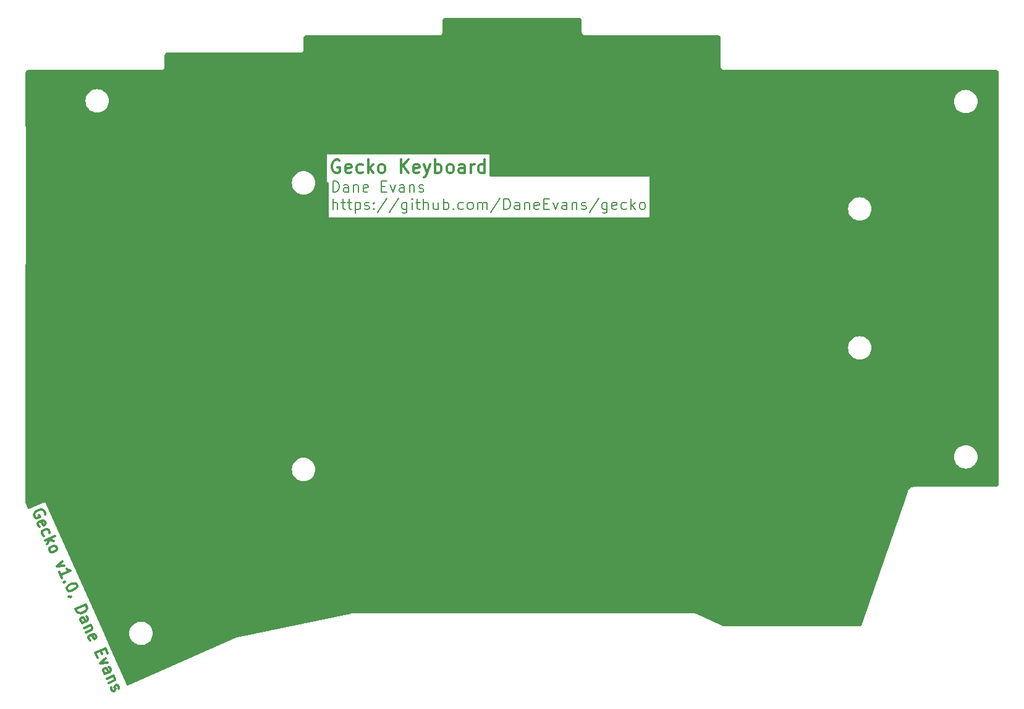
<source format=gbr>
%TF.GenerationSoftware,KiCad,Pcbnew,8.0.3*%
%TF.CreationDate,2024-09-02T20:29:09+10:00*%
%TF.ProjectId,bottom_plate,626f7474-6f6d-45f7-906c-6174652e6b69,1.0.0*%
%TF.SameCoordinates,Original*%
%TF.FileFunction,Copper,L1,Top*%
%TF.FilePolarity,Positive*%
%FSLAX46Y46*%
G04 Gerber Fmt 4.6, Leading zero omitted, Abs format (unit mm)*
G04 Created by KiCad (PCBNEW 8.0.3) date 2024-09-02 20:29:09*
%MOMM*%
%LPD*%
G01*
G04 APERTURE LIST*
%ADD10C,0.350000*%
%TA.AperFunction,NonConductor*%
%ADD11C,0.350000*%
%TD*%
%ADD12C,0.200000*%
%TA.AperFunction,NonConductor*%
%ADD13C,0.200000*%
%TD*%
%ADD14C,0.300000*%
%TA.AperFunction,NonConductor*%
%ADD15C,0.300000*%
%TD*%
G04 APERTURE END LIST*
D10*
D11*
X68201691Y-43047228D02*
X68030263Y-42961514D01*
X68030263Y-42961514D02*
X67773120Y-42961514D01*
X67773120Y-42961514D02*
X67515977Y-43047228D01*
X67515977Y-43047228D02*
X67344548Y-43218657D01*
X67344548Y-43218657D02*
X67258834Y-43390085D01*
X67258834Y-43390085D02*
X67173120Y-43732942D01*
X67173120Y-43732942D02*
X67173120Y-43990085D01*
X67173120Y-43990085D02*
X67258834Y-44332942D01*
X67258834Y-44332942D02*
X67344548Y-44504371D01*
X67344548Y-44504371D02*
X67515977Y-44675800D01*
X67515977Y-44675800D02*
X67773120Y-44761514D01*
X67773120Y-44761514D02*
X67944548Y-44761514D01*
X67944548Y-44761514D02*
X68201691Y-44675800D01*
X68201691Y-44675800D02*
X68287405Y-44590085D01*
X68287405Y-44590085D02*
X68287405Y-43990085D01*
X68287405Y-43990085D02*
X67944548Y-43990085D01*
X69744548Y-44675800D02*
X69573120Y-44761514D01*
X69573120Y-44761514D02*
X69230263Y-44761514D01*
X69230263Y-44761514D02*
X69058834Y-44675800D01*
X69058834Y-44675800D02*
X68973120Y-44504371D01*
X68973120Y-44504371D02*
X68973120Y-43818657D01*
X68973120Y-43818657D02*
X69058834Y-43647228D01*
X69058834Y-43647228D02*
X69230263Y-43561514D01*
X69230263Y-43561514D02*
X69573120Y-43561514D01*
X69573120Y-43561514D02*
X69744548Y-43647228D01*
X69744548Y-43647228D02*
X69830263Y-43818657D01*
X69830263Y-43818657D02*
X69830263Y-43990085D01*
X69830263Y-43990085D02*
X68973120Y-44161514D01*
X71373120Y-44675800D02*
X71201691Y-44761514D01*
X71201691Y-44761514D02*
X70858834Y-44761514D01*
X70858834Y-44761514D02*
X70687405Y-44675800D01*
X70687405Y-44675800D02*
X70601691Y-44590085D01*
X70601691Y-44590085D02*
X70515977Y-44418657D01*
X70515977Y-44418657D02*
X70515977Y-43904371D01*
X70515977Y-43904371D02*
X70601691Y-43732942D01*
X70601691Y-43732942D02*
X70687405Y-43647228D01*
X70687405Y-43647228D02*
X70858834Y-43561514D01*
X70858834Y-43561514D02*
X71201691Y-43561514D01*
X71201691Y-43561514D02*
X71373120Y-43647228D01*
X72144548Y-44761514D02*
X72144548Y-42961514D01*
X72315977Y-44075800D02*
X72830262Y-44761514D01*
X72830262Y-43561514D02*
X72144548Y-44247228D01*
X73858834Y-44761514D02*
X73687405Y-44675800D01*
X73687405Y-44675800D02*
X73601691Y-44590085D01*
X73601691Y-44590085D02*
X73515977Y-44418657D01*
X73515977Y-44418657D02*
X73515977Y-43904371D01*
X73515977Y-43904371D02*
X73601691Y-43732942D01*
X73601691Y-43732942D02*
X73687405Y-43647228D01*
X73687405Y-43647228D02*
X73858834Y-43561514D01*
X73858834Y-43561514D02*
X74115977Y-43561514D01*
X74115977Y-43561514D02*
X74287405Y-43647228D01*
X74287405Y-43647228D02*
X74373120Y-43732942D01*
X74373120Y-43732942D02*
X74458834Y-43904371D01*
X74458834Y-43904371D02*
X74458834Y-44418657D01*
X74458834Y-44418657D02*
X74373120Y-44590085D01*
X74373120Y-44590085D02*
X74287405Y-44675800D01*
X74287405Y-44675800D02*
X74115977Y-44761514D01*
X74115977Y-44761514D02*
X73858834Y-44761514D01*
X76601691Y-44761514D02*
X76601691Y-42961514D01*
X77630262Y-44761514D02*
X76858834Y-43732942D01*
X77630262Y-42961514D02*
X76601691Y-43990085D01*
X79087405Y-44675800D02*
X78915977Y-44761514D01*
X78915977Y-44761514D02*
X78573120Y-44761514D01*
X78573120Y-44761514D02*
X78401691Y-44675800D01*
X78401691Y-44675800D02*
X78315977Y-44504371D01*
X78315977Y-44504371D02*
X78315977Y-43818657D01*
X78315977Y-43818657D02*
X78401691Y-43647228D01*
X78401691Y-43647228D02*
X78573120Y-43561514D01*
X78573120Y-43561514D02*
X78915977Y-43561514D01*
X78915977Y-43561514D02*
X79087405Y-43647228D01*
X79087405Y-43647228D02*
X79173120Y-43818657D01*
X79173120Y-43818657D02*
X79173120Y-43990085D01*
X79173120Y-43990085D02*
X78315977Y-44161514D01*
X79773119Y-43561514D02*
X80201691Y-44761514D01*
X80630262Y-43561514D02*
X80201691Y-44761514D01*
X80201691Y-44761514D02*
X80030262Y-45190085D01*
X80030262Y-45190085D02*
X79944548Y-45275800D01*
X79944548Y-45275800D02*
X79773119Y-45361514D01*
X81315977Y-44761514D02*
X81315977Y-42961514D01*
X81315977Y-43647228D02*
X81487406Y-43561514D01*
X81487406Y-43561514D02*
X81830263Y-43561514D01*
X81830263Y-43561514D02*
X82001691Y-43647228D01*
X82001691Y-43647228D02*
X82087406Y-43732942D01*
X82087406Y-43732942D02*
X82173120Y-43904371D01*
X82173120Y-43904371D02*
X82173120Y-44418657D01*
X82173120Y-44418657D02*
X82087406Y-44590085D01*
X82087406Y-44590085D02*
X82001691Y-44675800D01*
X82001691Y-44675800D02*
X81830263Y-44761514D01*
X81830263Y-44761514D02*
X81487406Y-44761514D01*
X81487406Y-44761514D02*
X81315977Y-44675800D01*
X83201691Y-44761514D02*
X83030262Y-44675800D01*
X83030262Y-44675800D02*
X82944548Y-44590085D01*
X82944548Y-44590085D02*
X82858834Y-44418657D01*
X82858834Y-44418657D02*
X82858834Y-43904371D01*
X82858834Y-43904371D02*
X82944548Y-43732942D01*
X82944548Y-43732942D02*
X83030262Y-43647228D01*
X83030262Y-43647228D02*
X83201691Y-43561514D01*
X83201691Y-43561514D02*
X83458834Y-43561514D01*
X83458834Y-43561514D02*
X83630262Y-43647228D01*
X83630262Y-43647228D02*
X83715977Y-43732942D01*
X83715977Y-43732942D02*
X83801691Y-43904371D01*
X83801691Y-43904371D02*
X83801691Y-44418657D01*
X83801691Y-44418657D02*
X83715977Y-44590085D01*
X83715977Y-44590085D02*
X83630262Y-44675800D01*
X83630262Y-44675800D02*
X83458834Y-44761514D01*
X83458834Y-44761514D02*
X83201691Y-44761514D01*
X85344548Y-44761514D02*
X85344548Y-43818657D01*
X85344548Y-43818657D02*
X85258833Y-43647228D01*
X85258833Y-43647228D02*
X85087405Y-43561514D01*
X85087405Y-43561514D02*
X84744548Y-43561514D01*
X84744548Y-43561514D02*
X84573119Y-43647228D01*
X85344548Y-44675800D02*
X85173119Y-44761514D01*
X85173119Y-44761514D02*
X84744548Y-44761514D01*
X84744548Y-44761514D02*
X84573119Y-44675800D01*
X84573119Y-44675800D02*
X84487405Y-44504371D01*
X84487405Y-44504371D02*
X84487405Y-44332942D01*
X84487405Y-44332942D02*
X84573119Y-44161514D01*
X84573119Y-44161514D02*
X84744548Y-44075800D01*
X84744548Y-44075800D02*
X85173119Y-44075800D01*
X85173119Y-44075800D02*
X85344548Y-43990085D01*
X86201690Y-44761514D02*
X86201690Y-43561514D01*
X86201690Y-43904371D02*
X86287404Y-43732942D01*
X86287404Y-43732942D02*
X86373119Y-43647228D01*
X86373119Y-43647228D02*
X86544547Y-43561514D01*
X86544547Y-43561514D02*
X86715976Y-43561514D01*
X88087405Y-44761514D02*
X88087405Y-42961514D01*
X88087405Y-44675800D02*
X87915976Y-44761514D01*
X87915976Y-44761514D02*
X87573119Y-44761514D01*
X87573119Y-44761514D02*
X87401690Y-44675800D01*
X87401690Y-44675800D02*
X87315976Y-44590085D01*
X87315976Y-44590085D02*
X87230262Y-44418657D01*
X87230262Y-44418657D02*
X87230262Y-43904371D01*
X87230262Y-43904371D02*
X87315976Y-43732942D01*
X87315976Y-43732942D02*
X87401690Y-43647228D01*
X87401690Y-43647228D02*
X87573119Y-43561514D01*
X87573119Y-43561514D02*
X87915976Y-43561514D01*
X87915976Y-43561514D02*
X88087405Y-43647228D01*
D12*
D13*
X67288720Y-47391112D02*
X67288720Y-45891112D01*
X67288720Y-45891112D02*
X67645863Y-45891112D01*
X67645863Y-45891112D02*
X67860149Y-45962541D01*
X67860149Y-45962541D02*
X68003006Y-46105398D01*
X68003006Y-46105398D02*
X68074435Y-46248255D01*
X68074435Y-46248255D02*
X68145863Y-46533969D01*
X68145863Y-46533969D02*
X68145863Y-46748255D01*
X68145863Y-46748255D02*
X68074435Y-47033969D01*
X68074435Y-47033969D02*
X68003006Y-47176826D01*
X68003006Y-47176826D02*
X67860149Y-47319684D01*
X67860149Y-47319684D02*
X67645863Y-47391112D01*
X67645863Y-47391112D02*
X67288720Y-47391112D01*
X69431578Y-47391112D02*
X69431578Y-46605398D01*
X69431578Y-46605398D02*
X69360149Y-46462541D01*
X69360149Y-46462541D02*
X69217292Y-46391112D01*
X69217292Y-46391112D02*
X68931578Y-46391112D01*
X68931578Y-46391112D02*
X68788720Y-46462541D01*
X69431578Y-47319684D02*
X69288720Y-47391112D01*
X69288720Y-47391112D02*
X68931578Y-47391112D01*
X68931578Y-47391112D02*
X68788720Y-47319684D01*
X68788720Y-47319684D02*
X68717292Y-47176826D01*
X68717292Y-47176826D02*
X68717292Y-47033969D01*
X68717292Y-47033969D02*
X68788720Y-46891112D01*
X68788720Y-46891112D02*
X68931578Y-46819684D01*
X68931578Y-46819684D02*
X69288720Y-46819684D01*
X69288720Y-46819684D02*
X69431578Y-46748255D01*
X70145863Y-46391112D02*
X70145863Y-47391112D01*
X70145863Y-46533969D02*
X70217292Y-46462541D01*
X70217292Y-46462541D02*
X70360149Y-46391112D01*
X70360149Y-46391112D02*
X70574435Y-46391112D01*
X70574435Y-46391112D02*
X70717292Y-46462541D01*
X70717292Y-46462541D02*
X70788721Y-46605398D01*
X70788721Y-46605398D02*
X70788721Y-47391112D01*
X72074435Y-47319684D02*
X71931578Y-47391112D01*
X71931578Y-47391112D02*
X71645864Y-47391112D01*
X71645864Y-47391112D02*
X71503006Y-47319684D01*
X71503006Y-47319684D02*
X71431578Y-47176826D01*
X71431578Y-47176826D02*
X71431578Y-46605398D01*
X71431578Y-46605398D02*
X71503006Y-46462541D01*
X71503006Y-46462541D02*
X71645864Y-46391112D01*
X71645864Y-46391112D02*
X71931578Y-46391112D01*
X71931578Y-46391112D02*
X72074435Y-46462541D01*
X72074435Y-46462541D02*
X72145864Y-46605398D01*
X72145864Y-46605398D02*
X72145864Y-46748255D01*
X72145864Y-46748255D02*
X71431578Y-46891112D01*
X73931577Y-46605398D02*
X74431577Y-46605398D01*
X74645863Y-47391112D02*
X73931577Y-47391112D01*
X73931577Y-47391112D02*
X73931577Y-45891112D01*
X73931577Y-45891112D02*
X74645863Y-45891112D01*
X75145863Y-46391112D02*
X75503006Y-47391112D01*
X75503006Y-47391112D02*
X75860149Y-46391112D01*
X77074435Y-47391112D02*
X77074435Y-46605398D01*
X77074435Y-46605398D02*
X77003006Y-46462541D01*
X77003006Y-46462541D02*
X76860149Y-46391112D01*
X76860149Y-46391112D02*
X76574435Y-46391112D01*
X76574435Y-46391112D02*
X76431577Y-46462541D01*
X77074435Y-47319684D02*
X76931577Y-47391112D01*
X76931577Y-47391112D02*
X76574435Y-47391112D01*
X76574435Y-47391112D02*
X76431577Y-47319684D01*
X76431577Y-47319684D02*
X76360149Y-47176826D01*
X76360149Y-47176826D02*
X76360149Y-47033969D01*
X76360149Y-47033969D02*
X76431577Y-46891112D01*
X76431577Y-46891112D02*
X76574435Y-46819684D01*
X76574435Y-46819684D02*
X76931577Y-46819684D01*
X76931577Y-46819684D02*
X77074435Y-46748255D01*
X77788720Y-46391112D02*
X77788720Y-47391112D01*
X77788720Y-46533969D02*
X77860149Y-46462541D01*
X77860149Y-46462541D02*
X78003006Y-46391112D01*
X78003006Y-46391112D02*
X78217292Y-46391112D01*
X78217292Y-46391112D02*
X78360149Y-46462541D01*
X78360149Y-46462541D02*
X78431578Y-46605398D01*
X78431578Y-46605398D02*
X78431578Y-47391112D01*
X79074435Y-47319684D02*
X79217292Y-47391112D01*
X79217292Y-47391112D02*
X79503006Y-47391112D01*
X79503006Y-47391112D02*
X79645863Y-47319684D01*
X79645863Y-47319684D02*
X79717292Y-47176826D01*
X79717292Y-47176826D02*
X79717292Y-47105398D01*
X79717292Y-47105398D02*
X79645863Y-46962541D01*
X79645863Y-46962541D02*
X79503006Y-46891112D01*
X79503006Y-46891112D02*
X79288721Y-46891112D01*
X79288721Y-46891112D02*
X79145863Y-46819684D01*
X79145863Y-46819684D02*
X79074435Y-46676826D01*
X79074435Y-46676826D02*
X79074435Y-46605398D01*
X79074435Y-46605398D02*
X79145863Y-46462541D01*
X79145863Y-46462541D02*
X79288721Y-46391112D01*
X79288721Y-46391112D02*
X79503006Y-46391112D01*
X79503006Y-46391112D02*
X79645863Y-46462541D01*
X67288720Y-49806028D02*
X67288720Y-48306028D01*
X67931578Y-49806028D02*
X67931578Y-49020314D01*
X67931578Y-49020314D02*
X67860149Y-48877457D01*
X67860149Y-48877457D02*
X67717292Y-48806028D01*
X67717292Y-48806028D02*
X67503006Y-48806028D01*
X67503006Y-48806028D02*
X67360149Y-48877457D01*
X67360149Y-48877457D02*
X67288720Y-48948885D01*
X68431578Y-48806028D02*
X69003006Y-48806028D01*
X68645863Y-48306028D02*
X68645863Y-49591742D01*
X68645863Y-49591742D02*
X68717292Y-49734600D01*
X68717292Y-49734600D02*
X68860149Y-49806028D01*
X68860149Y-49806028D02*
X69003006Y-49806028D01*
X69288721Y-48806028D02*
X69860149Y-48806028D01*
X69503006Y-48306028D02*
X69503006Y-49591742D01*
X69503006Y-49591742D02*
X69574435Y-49734600D01*
X69574435Y-49734600D02*
X69717292Y-49806028D01*
X69717292Y-49806028D02*
X69860149Y-49806028D01*
X70360149Y-48806028D02*
X70360149Y-50306028D01*
X70360149Y-48877457D02*
X70503007Y-48806028D01*
X70503007Y-48806028D02*
X70788721Y-48806028D01*
X70788721Y-48806028D02*
X70931578Y-48877457D01*
X70931578Y-48877457D02*
X71003007Y-48948885D01*
X71003007Y-48948885D02*
X71074435Y-49091742D01*
X71074435Y-49091742D02*
X71074435Y-49520314D01*
X71074435Y-49520314D02*
X71003007Y-49663171D01*
X71003007Y-49663171D02*
X70931578Y-49734600D01*
X70931578Y-49734600D02*
X70788721Y-49806028D01*
X70788721Y-49806028D02*
X70503007Y-49806028D01*
X70503007Y-49806028D02*
X70360149Y-49734600D01*
X71645864Y-49734600D02*
X71788721Y-49806028D01*
X71788721Y-49806028D02*
X72074435Y-49806028D01*
X72074435Y-49806028D02*
X72217292Y-49734600D01*
X72217292Y-49734600D02*
X72288721Y-49591742D01*
X72288721Y-49591742D02*
X72288721Y-49520314D01*
X72288721Y-49520314D02*
X72217292Y-49377457D01*
X72217292Y-49377457D02*
X72074435Y-49306028D01*
X72074435Y-49306028D02*
X71860150Y-49306028D01*
X71860150Y-49306028D02*
X71717292Y-49234600D01*
X71717292Y-49234600D02*
X71645864Y-49091742D01*
X71645864Y-49091742D02*
X71645864Y-49020314D01*
X71645864Y-49020314D02*
X71717292Y-48877457D01*
X71717292Y-48877457D02*
X71860150Y-48806028D01*
X71860150Y-48806028D02*
X72074435Y-48806028D01*
X72074435Y-48806028D02*
X72217292Y-48877457D01*
X72931578Y-49663171D02*
X73003007Y-49734600D01*
X73003007Y-49734600D02*
X72931578Y-49806028D01*
X72931578Y-49806028D02*
X72860150Y-49734600D01*
X72860150Y-49734600D02*
X72931578Y-49663171D01*
X72931578Y-49663171D02*
X72931578Y-49806028D01*
X72931578Y-48877457D02*
X73003007Y-48948885D01*
X73003007Y-48948885D02*
X72931578Y-49020314D01*
X72931578Y-49020314D02*
X72860150Y-48948885D01*
X72860150Y-48948885D02*
X72931578Y-48877457D01*
X72931578Y-48877457D02*
X72931578Y-49020314D01*
X74717293Y-48234600D02*
X73431579Y-50163171D01*
X76288722Y-48234600D02*
X75003008Y-50163171D01*
X77431580Y-48806028D02*
X77431580Y-50020314D01*
X77431580Y-50020314D02*
X77360151Y-50163171D01*
X77360151Y-50163171D02*
X77288722Y-50234600D01*
X77288722Y-50234600D02*
X77145865Y-50306028D01*
X77145865Y-50306028D02*
X76931580Y-50306028D01*
X76931580Y-50306028D02*
X76788722Y-50234600D01*
X77431580Y-49734600D02*
X77288722Y-49806028D01*
X77288722Y-49806028D02*
X77003008Y-49806028D01*
X77003008Y-49806028D02*
X76860151Y-49734600D01*
X76860151Y-49734600D02*
X76788722Y-49663171D01*
X76788722Y-49663171D02*
X76717294Y-49520314D01*
X76717294Y-49520314D02*
X76717294Y-49091742D01*
X76717294Y-49091742D02*
X76788722Y-48948885D01*
X76788722Y-48948885D02*
X76860151Y-48877457D01*
X76860151Y-48877457D02*
X77003008Y-48806028D01*
X77003008Y-48806028D02*
X77288722Y-48806028D01*
X77288722Y-48806028D02*
X77431580Y-48877457D01*
X78145865Y-49806028D02*
X78145865Y-48806028D01*
X78145865Y-48306028D02*
X78074437Y-48377457D01*
X78074437Y-48377457D02*
X78145865Y-48448885D01*
X78145865Y-48448885D02*
X78217294Y-48377457D01*
X78217294Y-48377457D02*
X78145865Y-48306028D01*
X78145865Y-48306028D02*
X78145865Y-48448885D01*
X78645866Y-48806028D02*
X79217294Y-48806028D01*
X78860151Y-48306028D02*
X78860151Y-49591742D01*
X78860151Y-49591742D02*
X78931580Y-49734600D01*
X78931580Y-49734600D02*
X79074437Y-49806028D01*
X79074437Y-49806028D02*
X79217294Y-49806028D01*
X79717294Y-49806028D02*
X79717294Y-48306028D01*
X80360152Y-49806028D02*
X80360152Y-49020314D01*
X80360152Y-49020314D02*
X80288723Y-48877457D01*
X80288723Y-48877457D02*
X80145866Y-48806028D01*
X80145866Y-48806028D02*
X79931580Y-48806028D01*
X79931580Y-48806028D02*
X79788723Y-48877457D01*
X79788723Y-48877457D02*
X79717294Y-48948885D01*
X81717295Y-48806028D02*
X81717295Y-49806028D01*
X81074437Y-48806028D02*
X81074437Y-49591742D01*
X81074437Y-49591742D02*
X81145866Y-49734600D01*
X81145866Y-49734600D02*
X81288723Y-49806028D01*
X81288723Y-49806028D02*
X81503009Y-49806028D01*
X81503009Y-49806028D02*
X81645866Y-49734600D01*
X81645866Y-49734600D02*
X81717295Y-49663171D01*
X82431580Y-49806028D02*
X82431580Y-48306028D01*
X82431580Y-48877457D02*
X82574438Y-48806028D01*
X82574438Y-48806028D02*
X82860152Y-48806028D01*
X82860152Y-48806028D02*
X83003009Y-48877457D01*
X83003009Y-48877457D02*
X83074438Y-48948885D01*
X83074438Y-48948885D02*
X83145866Y-49091742D01*
X83145866Y-49091742D02*
X83145866Y-49520314D01*
X83145866Y-49520314D02*
X83074438Y-49663171D01*
X83074438Y-49663171D02*
X83003009Y-49734600D01*
X83003009Y-49734600D02*
X82860152Y-49806028D01*
X82860152Y-49806028D02*
X82574438Y-49806028D01*
X82574438Y-49806028D02*
X82431580Y-49734600D01*
X83788723Y-49663171D02*
X83860152Y-49734600D01*
X83860152Y-49734600D02*
X83788723Y-49806028D01*
X83788723Y-49806028D02*
X83717295Y-49734600D01*
X83717295Y-49734600D02*
X83788723Y-49663171D01*
X83788723Y-49663171D02*
X83788723Y-49806028D01*
X85145867Y-49734600D02*
X85003009Y-49806028D01*
X85003009Y-49806028D02*
X84717295Y-49806028D01*
X84717295Y-49806028D02*
X84574438Y-49734600D01*
X84574438Y-49734600D02*
X84503009Y-49663171D01*
X84503009Y-49663171D02*
X84431581Y-49520314D01*
X84431581Y-49520314D02*
X84431581Y-49091742D01*
X84431581Y-49091742D02*
X84503009Y-48948885D01*
X84503009Y-48948885D02*
X84574438Y-48877457D01*
X84574438Y-48877457D02*
X84717295Y-48806028D01*
X84717295Y-48806028D02*
X85003009Y-48806028D01*
X85003009Y-48806028D02*
X85145867Y-48877457D01*
X86003009Y-49806028D02*
X85860152Y-49734600D01*
X85860152Y-49734600D02*
X85788723Y-49663171D01*
X85788723Y-49663171D02*
X85717295Y-49520314D01*
X85717295Y-49520314D02*
X85717295Y-49091742D01*
X85717295Y-49091742D02*
X85788723Y-48948885D01*
X85788723Y-48948885D02*
X85860152Y-48877457D01*
X85860152Y-48877457D02*
X86003009Y-48806028D01*
X86003009Y-48806028D02*
X86217295Y-48806028D01*
X86217295Y-48806028D02*
X86360152Y-48877457D01*
X86360152Y-48877457D02*
X86431581Y-48948885D01*
X86431581Y-48948885D02*
X86503009Y-49091742D01*
X86503009Y-49091742D02*
X86503009Y-49520314D01*
X86503009Y-49520314D02*
X86431581Y-49663171D01*
X86431581Y-49663171D02*
X86360152Y-49734600D01*
X86360152Y-49734600D02*
X86217295Y-49806028D01*
X86217295Y-49806028D02*
X86003009Y-49806028D01*
X87145866Y-49806028D02*
X87145866Y-48806028D01*
X87145866Y-48948885D02*
X87217295Y-48877457D01*
X87217295Y-48877457D02*
X87360152Y-48806028D01*
X87360152Y-48806028D02*
X87574438Y-48806028D01*
X87574438Y-48806028D02*
X87717295Y-48877457D01*
X87717295Y-48877457D02*
X87788724Y-49020314D01*
X87788724Y-49020314D02*
X87788724Y-49806028D01*
X87788724Y-49020314D02*
X87860152Y-48877457D01*
X87860152Y-48877457D02*
X88003009Y-48806028D01*
X88003009Y-48806028D02*
X88217295Y-48806028D01*
X88217295Y-48806028D02*
X88360152Y-48877457D01*
X88360152Y-48877457D02*
X88431581Y-49020314D01*
X88431581Y-49020314D02*
X88431581Y-49806028D01*
X90217295Y-48234600D02*
X88931581Y-50163171D01*
X90717295Y-49806028D02*
X90717295Y-48306028D01*
X90717295Y-48306028D02*
X91074438Y-48306028D01*
X91074438Y-48306028D02*
X91288724Y-48377457D01*
X91288724Y-48377457D02*
X91431581Y-48520314D01*
X91431581Y-48520314D02*
X91503010Y-48663171D01*
X91503010Y-48663171D02*
X91574438Y-48948885D01*
X91574438Y-48948885D02*
X91574438Y-49163171D01*
X91574438Y-49163171D02*
X91503010Y-49448885D01*
X91503010Y-49448885D02*
X91431581Y-49591742D01*
X91431581Y-49591742D02*
X91288724Y-49734600D01*
X91288724Y-49734600D02*
X91074438Y-49806028D01*
X91074438Y-49806028D02*
X90717295Y-49806028D01*
X92860153Y-49806028D02*
X92860153Y-49020314D01*
X92860153Y-49020314D02*
X92788724Y-48877457D01*
X92788724Y-48877457D02*
X92645867Y-48806028D01*
X92645867Y-48806028D02*
X92360153Y-48806028D01*
X92360153Y-48806028D02*
X92217295Y-48877457D01*
X92860153Y-49734600D02*
X92717295Y-49806028D01*
X92717295Y-49806028D02*
X92360153Y-49806028D01*
X92360153Y-49806028D02*
X92217295Y-49734600D01*
X92217295Y-49734600D02*
X92145867Y-49591742D01*
X92145867Y-49591742D02*
X92145867Y-49448885D01*
X92145867Y-49448885D02*
X92217295Y-49306028D01*
X92217295Y-49306028D02*
X92360153Y-49234600D01*
X92360153Y-49234600D02*
X92717295Y-49234600D01*
X92717295Y-49234600D02*
X92860153Y-49163171D01*
X93574438Y-48806028D02*
X93574438Y-49806028D01*
X93574438Y-48948885D02*
X93645867Y-48877457D01*
X93645867Y-48877457D02*
X93788724Y-48806028D01*
X93788724Y-48806028D02*
X94003010Y-48806028D01*
X94003010Y-48806028D02*
X94145867Y-48877457D01*
X94145867Y-48877457D02*
X94217296Y-49020314D01*
X94217296Y-49020314D02*
X94217296Y-49806028D01*
X95503010Y-49734600D02*
X95360153Y-49806028D01*
X95360153Y-49806028D02*
X95074439Y-49806028D01*
X95074439Y-49806028D02*
X94931581Y-49734600D01*
X94931581Y-49734600D02*
X94860153Y-49591742D01*
X94860153Y-49591742D02*
X94860153Y-49020314D01*
X94860153Y-49020314D02*
X94931581Y-48877457D01*
X94931581Y-48877457D02*
X95074439Y-48806028D01*
X95074439Y-48806028D02*
X95360153Y-48806028D01*
X95360153Y-48806028D02*
X95503010Y-48877457D01*
X95503010Y-48877457D02*
X95574439Y-49020314D01*
X95574439Y-49020314D02*
X95574439Y-49163171D01*
X95574439Y-49163171D02*
X94860153Y-49306028D01*
X96217295Y-49020314D02*
X96717295Y-49020314D01*
X96931581Y-49806028D02*
X96217295Y-49806028D01*
X96217295Y-49806028D02*
X96217295Y-48306028D01*
X96217295Y-48306028D02*
X96931581Y-48306028D01*
X97431581Y-48806028D02*
X97788724Y-49806028D01*
X97788724Y-49806028D02*
X98145867Y-48806028D01*
X99360153Y-49806028D02*
X99360153Y-49020314D01*
X99360153Y-49020314D02*
X99288724Y-48877457D01*
X99288724Y-48877457D02*
X99145867Y-48806028D01*
X99145867Y-48806028D02*
X98860153Y-48806028D01*
X98860153Y-48806028D02*
X98717295Y-48877457D01*
X99360153Y-49734600D02*
X99217295Y-49806028D01*
X99217295Y-49806028D02*
X98860153Y-49806028D01*
X98860153Y-49806028D02*
X98717295Y-49734600D01*
X98717295Y-49734600D02*
X98645867Y-49591742D01*
X98645867Y-49591742D02*
X98645867Y-49448885D01*
X98645867Y-49448885D02*
X98717295Y-49306028D01*
X98717295Y-49306028D02*
X98860153Y-49234600D01*
X98860153Y-49234600D02*
X99217295Y-49234600D01*
X99217295Y-49234600D02*
X99360153Y-49163171D01*
X100074438Y-48806028D02*
X100074438Y-49806028D01*
X100074438Y-48948885D02*
X100145867Y-48877457D01*
X100145867Y-48877457D02*
X100288724Y-48806028D01*
X100288724Y-48806028D02*
X100503010Y-48806028D01*
X100503010Y-48806028D02*
X100645867Y-48877457D01*
X100645867Y-48877457D02*
X100717296Y-49020314D01*
X100717296Y-49020314D02*
X100717296Y-49806028D01*
X101360153Y-49734600D02*
X101503010Y-49806028D01*
X101503010Y-49806028D02*
X101788724Y-49806028D01*
X101788724Y-49806028D02*
X101931581Y-49734600D01*
X101931581Y-49734600D02*
X102003010Y-49591742D01*
X102003010Y-49591742D02*
X102003010Y-49520314D01*
X102003010Y-49520314D02*
X101931581Y-49377457D01*
X101931581Y-49377457D02*
X101788724Y-49306028D01*
X101788724Y-49306028D02*
X101574439Y-49306028D01*
X101574439Y-49306028D02*
X101431581Y-49234600D01*
X101431581Y-49234600D02*
X101360153Y-49091742D01*
X101360153Y-49091742D02*
X101360153Y-49020314D01*
X101360153Y-49020314D02*
X101431581Y-48877457D01*
X101431581Y-48877457D02*
X101574439Y-48806028D01*
X101574439Y-48806028D02*
X101788724Y-48806028D01*
X101788724Y-48806028D02*
X101931581Y-48877457D01*
X103717296Y-48234600D02*
X102431582Y-50163171D01*
X104860154Y-48806028D02*
X104860154Y-50020314D01*
X104860154Y-50020314D02*
X104788725Y-50163171D01*
X104788725Y-50163171D02*
X104717296Y-50234600D01*
X104717296Y-50234600D02*
X104574439Y-50306028D01*
X104574439Y-50306028D02*
X104360154Y-50306028D01*
X104360154Y-50306028D02*
X104217296Y-50234600D01*
X104860154Y-49734600D02*
X104717296Y-49806028D01*
X104717296Y-49806028D02*
X104431582Y-49806028D01*
X104431582Y-49806028D02*
X104288725Y-49734600D01*
X104288725Y-49734600D02*
X104217296Y-49663171D01*
X104217296Y-49663171D02*
X104145868Y-49520314D01*
X104145868Y-49520314D02*
X104145868Y-49091742D01*
X104145868Y-49091742D02*
X104217296Y-48948885D01*
X104217296Y-48948885D02*
X104288725Y-48877457D01*
X104288725Y-48877457D02*
X104431582Y-48806028D01*
X104431582Y-48806028D02*
X104717296Y-48806028D01*
X104717296Y-48806028D02*
X104860154Y-48877457D01*
X106145868Y-49734600D02*
X106003011Y-49806028D01*
X106003011Y-49806028D02*
X105717297Y-49806028D01*
X105717297Y-49806028D02*
X105574439Y-49734600D01*
X105574439Y-49734600D02*
X105503011Y-49591742D01*
X105503011Y-49591742D02*
X105503011Y-49020314D01*
X105503011Y-49020314D02*
X105574439Y-48877457D01*
X105574439Y-48877457D02*
X105717297Y-48806028D01*
X105717297Y-48806028D02*
X106003011Y-48806028D01*
X106003011Y-48806028D02*
X106145868Y-48877457D01*
X106145868Y-48877457D02*
X106217297Y-49020314D01*
X106217297Y-49020314D02*
X106217297Y-49163171D01*
X106217297Y-49163171D02*
X105503011Y-49306028D01*
X107503011Y-49734600D02*
X107360153Y-49806028D01*
X107360153Y-49806028D02*
X107074439Y-49806028D01*
X107074439Y-49806028D02*
X106931582Y-49734600D01*
X106931582Y-49734600D02*
X106860153Y-49663171D01*
X106860153Y-49663171D02*
X106788725Y-49520314D01*
X106788725Y-49520314D02*
X106788725Y-49091742D01*
X106788725Y-49091742D02*
X106860153Y-48948885D01*
X106860153Y-48948885D02*
X106931582Y-48877457D01*
X106931582Y-48877457D02*
X107074439Y-48806028D01*
X107074439Y-48806028D02*
X107360153Y-48806028D01*
X107360153Y-48806028D02*
X107503011Y-48877457D01*
X108145867Y-49806028D02*
X108145867Y-48306028D01*
X108288725Y-49234600D02*
X108717296Y-49806028D01*
X108717296Y-48806028D02*
X108145867Y-49377457D01*
X109574439Y-49806028D02*
X109431582Y-49734600D01*
X109431582Y-49734600D02*
X109360153Y-49663171D01*
X109360153Y-49663171D02*
X109288725Y-49520314D01*
X109288725Y-49520314D02*
X109288725Y-49091742D01*
X109288725Y-49091742D02*
X109360153Y-48948885D01*
X109360153Y-48948885D02*
X109431582Y-48877457D01*
X109431582Y-48877457D02*
X109574439Y-48806028D01*
X109574439Y-48806028D02*
X109788725Y-48806028D01*
X109788725Y-48806028D02*
X109931582Y-48877457D01*
X109931582Y-48877457D02*
X110003011Y-48948885D01*
X110003011Y-48948885D02*
X110074439Y-49091742D01*
X110074439Y-49091742D02*
X110074439Y-49520314D01*
X110074439Y-49520314D02*
X110003011Y-49663171D01*
X110003011Y-49663171D02*
X109931582Y-49734600D01*
X109931582Y-49734600D02*
X109788725Y-49806028D01*
X109788725Y-49806028D02*
X109574439Y-49806028D01*
D14*
D15*
X27832135Y-91562293D02*
X27839283Y-91402734D01*
X27839283Y-91402734D02*
X27752125Y-91206975D01*
X27752125Y-91206975D02*
X27599714Y-91040267D01*
X27599714Y-91040267D02*
X27411103Y-90967866D01*
X27411103Y-90967866D02*
X27251543Y-90960718D01*
X27251543Y-90960718D02*
X26961478Y-91011675D01*
X26961478Y-91011675D02*
X26765718Y-91098833D01*
X26765718Y-91098833D02*
X26533758Y-91280297D01*
X26533758Y-91280297D02*
X26432304Y-91403655D01*
X26432304Y-91403655D02*
X26359903Y-91592267D01*
X26359903Y-91592267D02*
X26381807Y-91817080D01*
X26381807Y-91817080D02*
X26439912Y-91947586D01*
X26439912Y-91947586D02*
X26592324Y-92114293D01*
X26592324Y-92114293D02*
X26686629Y-92150494D01*
X26686629Y-92150494D02*
X27143402Y-91947125D01*
X27143402Y-91947125D02*
X27027192Y-91686112D01*
X27115271Y-93288852D02*
X26991912Y-93187398D01*
X26991912Y-93187398D02*
X26875702Y-92926385D01*
X26875702Y-92926385D02*
X26882850Y-92766826D01*
X26882850Y-92766826D02*
X26984304Y-92643467D01*
X26984304Y-92643467D02*
X27506330Y-92411046D01*
X27506330Y-92411046D02*
X27665889Y-92418194D01*
X27665889Y-92418194D02*
X27789247Y-92519648D01*
X27789247Y-92519648D02*
X27905458Y-92780661D01*
X27905458Y-92780661D02*
X27898310Y-92940220D01*
X27898310Y-92940220D02*
X27796856Y-93063579D01*
X27796856Y-93063579D02*
X27666349Y-93121684D01*
X27666349Y-93121684D02*
X27245317Y-92527257D01*
X27667270Y-94528663D02*
X27543912Y-94427209D01*
X27543912Y-94427209D02*
X27427701Y-94166196D01*
X27427701Y-94166196D02*
X27434849Y-94006637D01*
X27434849Y-94006637D02*
X27471050Y-93912331D01*
X27471050Y-93912331D02*
X27572504Y-93788973D01*
X27572504Y-93788973D02*
X27964023Y-93614657D01*
X27964023Y-93614657D02*
X28123582Y-93621805D01*
X28123582Y-93621805D02*
X28217888Y-93658006D01*
X28217888Y-93658006D02*
X28341247Y-93759460D01*
X28341247Y-93759460D02*
X28457457Y-94020473D01*
X28457457Y-94020473D02*
X28450309Y-94180032D01*
X27863490Y-95144995D02*
X29233809Y-94534890D01*
X28443622Y-95043080D02*
X28095911Y-95667021D01*
X29009457Y-95260284D02*
X28255010Y-94970679D01*
X28444543Y-96450060D02*
X28451691Y-96290501D01*
X28451691Y-96290501D02*
X28487892Y-96196195D01*
X28487892Y-96196195D02*
X28589345Y-96072836D01*
X28589345Y-96072836D02*
X28980865Y-95898521D01*
X28980865Y-95898521D02*
X29140424Y-95905669D01*
X29140424Y-95905669D02*
X29234730Y-95941869D01*
X29234730Y-95941869D02*
X29358088Y-96043323D01*
X29358088Y-96043323D02*
X29445246Y-96239083D01*
X29445246Y-96239083D02*
X29438098Y-96398642D01*
X29438098Y-96398642D02*
X29401898Y-96492948D01*
X29401898Y-96492948D02*
X29300444Y-96616306D01*
X29300444Y-96616306D02*
X28908924Y-96790622D01*
X28908924Y-96790622D02*
X28749365Y-96783474D01*
X28749365Y-96783474D02*
X28655059Y-96747273D01*
X28655059Y-96747273D02*
X28531701Y-96645820D01*
X28531701Y-96645820D02*
X28444543Y-96450060D01*
X30229667Y-98000921D02*
X29461385Y-98733923D01*
X29461385Y-98733923D02*
X30520193Y-98653453D01*
X30158647Y-100300001D02*
X29810016Y-99516962D01*
X29984332Y-99908482D02*
X31354650Y-99298377D01*
X31354650Y-99298377D02*
X31100785Y-99255028D01*
X31100785Y-99255028D02*
X30912173Y-99182627D01*
X30912173Y-99182627D02*
X30788815Y-99081173D01*
X30550627Y-100829175D02*
X30514427Y-100923481D01*
X30514427Y-100923481D02*
X30420121Y-100887280D01*
X30420121Y-100887280D02*
X30456321Y-100792974D01*
X30456321Y-100792974D02*
X30550627Y-100829175D01*
X30550627Y-100829175D02*
X30420121Y-100887280D01*
X32197176Y-101190721D02*
X32255281Y-101321227D01*
X32255281Y-101321227D02*
X32248133Y-101480786D01*
X32248133Y-101480786D02*
X32211932Y-101575092D01*
X32211932Y-101575092D02*
X32110478Y-101698451D01*
X32110478Y-101698451D02*
X31878518Y-101879915D01*
X31878518Y-101879915D02*
X31552252Y-102025178D01*
X31552252Y-102025178D02*
X31262186Y-102076135D01*
X31262186Y-102076135D02*
X31102627Y-102068987D01*
X31102627Y-102068987D02*
X31008321Y-102032786D01*
X31008321Y-102032786D02*
X30884963Y-101931332D01*
X30884963Y-101931332D02*
X30826857Y-101800826D01*
X30826857Y-101800826D02*
X30834005Y-101641267D01*
X30834005Y-101641267D02*
X30870206Y-101546961D01*
X30870206Y-101546961D02*
X30971660Y-101423602D01*
X30971660Y-101423602D02*
X31203620Y-101242139D01*
X31203620Y-101242139D02*
X31529887Y-101096876D01*
X31529887Y-101096876D02*
X31819952Y-101045918D01*
X31819952Y-101045918D02*
X31979511Y-101053066D01*
X31979511Y-101053066D02*
X32073817Y-101089267D01*
X32073817Y-101089267D02*
X32197176Y-101190721D01*
X31386005Y-102881078D02*
X31320752Y-102910131D01*
X31320752Y-102910131D02*
X31161193Y-102902983D01*
X31161193Y-102902983D02*
X31066887Y-102866782D01*
X32047067Y-104541462D02*
X33417385Y-103931357D01*
X33417385Y-103931357D02*
X33562649Y-104257623D01*
X33562649Y-104257623D02*
X33584553Y-104482436D01*
X33584553Y-104482436D02*
X33512152Y-104671047D01*
X33512152Y-104671047D02*
X33410698Y-104794406D01*
X33410698Y-104794406D02*
X33178738Y-104975869D01*
X33178738Y-104975869D02*
X32982978Y-105063027D01*
X32982978Y-105063027D02*
X32692912Y-105113985D01*
X32692912Y-105113985D02*
X32533353Y-105106837D01*
X32533353Y-105106837D02*
X32344741Y-105034435D01*
X32344741Y-105034435D02*
X32192330Y-104867728D01*
X32192330Y-104867728D02*
X32047067Y-104541462D01*
X32918646Y-106499059D02*
X33636432Y-106179481D01*
X33636432Y-106179481D02*
X33737885Y-106056122D01*
X33737885Y-106056122D02*
X33745033Y-105896563D01*
X33745033Y-105896563D02*
X33628823Y-105635550D01*
X33628823Y-105635550D02*
X33505464Y-105534096D01*
X32983899Y-106470007D02*
X32860541Y-106368553D01*
X32860541Y-106368553D02*
X32715277Y-106042287D01*
X32715277Y-106042287D02*
X32722425Y-105882727D01*
X32722425Y-105882727D02*
X32823879Y-105759369D01*
X32823879Y-105759369D02*
X32954386Y-105701264D01*
X32954386Y-105701264D02*
X33113945Y-105708412D01*
X33113945Y-105708412D02*
X33237303Y-105809866D01*
X33237303Y-105809866D02*
X33382567Y-106136132D01*
X33382567Y-106136132D02*
X33505925Y-106237586D01*
X34122717Y-106744855D02*
X33209172Y-107151592D01*
X33992211Y-106802961D02*
X34086517Y-106839161D01*
X34086517Y-106839161D02*
X34209875Y-106940615D01*
X34209875Y-106940615D02*
X34297033Y-107136375D01*
X34297033Y-107136375D02*
X34289885Y-107295934D01*
X34289885Y-107295934D02*
X34188431Y-107419292D01*
X34188431Y-107419292D02*
X33470646Y-107738871D01*
X34058846Y-108884377D02*
X33935488Y-108782923D01*
X33935488Y-108782923D02*
X33819277Y-108521910D01*
X33819277Y-108521910D02*
X33826425Y-108362351D01*
X33826425Y-108362351D02*
X33927879Y-108238993D01*
X33927879Y-108238993D02*
X34449905Y-108006572D01*
X34449905Y-108006572D02*
X34609464Y-108013720D01*
X34609464Y-108013720D02*
X34732823Y-108115174D01*
X34732823Y-108115174D02*
X34849033Y-108376187D01*
X34849033Y-108376187D02*
X34841885Y-108535746D01*
X34841885Y-108535746D02*
X34740431Y-108659104D01*
X34740431Y-108659104D02*
X34609925Y-108717209D01*
X34609925Y-108717209D02*
X34188892Y-108122782D01*
X35466746Y-110290435D02*
X35670115Y-110747208D01*
X35039487Y-111262546D02*
X34748961Y-110610014D01*
X34748961Y-110610014D02*
X36119279Y-109999909D01*
X36119279Y-109999909D02*
X36409805Y-110652441D01*
X36156401Y-111312582D02*
X35388118Y-112045585D01*
X35388118Y-112045585D02*
X36446927Y-111965115D01*
X36027276Y-113481157D02*
X36745062Y-113161578D01*
X36745062Y-113161578D02*
X36846515Y-113038219D01*
X36846515Y-113038219D02*
X36853663Y-112878660D01*
X36853663Y-112878660D02*
X36737453Y-112617647D01*
X36737453Y-112617647D02*
X36614094Y-112516193D01*
X36092529Y-113452104D02*
X35969171Y-113350650D01*
X35969171Y-113350650D02*
X35823907Y-113024384D01*
X35823907Y-113024384D02*
X35831055Y-112864825D01*
X35831055Y-112864825D02*
X35932509Y-112741466D01*
X35932509Y-112741466D02*
X36063016Y-112683361D01*
X36063016Y-112683361D02*
X36222575Y-112690509D01*
X36222575Y-112690509D02*
X36345933Y-112791963D01*
X36345933Y-112791963D02*
X36491197Y-113118229D01*
X36491197Y-113118229D02*
X36614555Y-113219683D01*
X37231347Y-113726953D02*
X36317802Y-114133689D01*
X37100841Y-113785058D02*
X37195147Y-113821258D01*
X37195147Y-113821258D02*
X37318505Y-113922712D01*
X37318505Y-113922712D02*
X37405663Y-114118472D01*
X37405663Y-114118472D02*
X37398515Y-114278031D01*
X37398515Y-114278031D02*
X37297061Y-114401390D01*
X37297061Y-114401390D02*
X36579276Y-114720968D01*
X36906002Y-115279195D02*
X36898854Y-115438754D01*
X36898854Y-115438754D02*
X37015065Y-115699767D01*
X37015065Y-115699767D02*
X37138423Y-115801221D01*
X37138423Y-115801221D02*
X37297982Y-115808369D01*
X37297982Y-115808369D02*
X37363236Y-115779317D01*
X37363236Y-115779317D02*
X37464690Y-115655958D01*
X37464690Y-115655958D02*
X37471838Y-115496399D01*
X37471838Y-115496399D02*
X37384680Y-115300639D01*
X37384680Y-115300639D02*
X37391828Y-115141080D01*
X37391828Y-115141080D02*
X37493282Y-115017722D01*
X37493282Y-115017722D02*
X37558535Y-114988669D01*
X37558535Y-114988669D02*
X37718094Y-114995817D01*
X37718094Y-114995817D02*
X37841453Y-115097271D01*
X37841453Y-115097271D02*
X37928610Y-115293031D01*
X37928610Y-115293031D02*
X37921462Y-115452590D01*
%TA.AperFunction,NonConductor*%
G36*
X100872360Y-23530037D02*
G01*
X100918149Y-23530161D01*
X100921722Y-23530222D01*
X100995954Y-23532576D01*
X101005252Y-23533221D01*
X101057209Y-23538798D01*
X101067731Y-23540388D01*
X101078501Y-23542493D01*
X101090380Y-23545431D01*
X101120266Y-23554410D01*
X101134724Y-23559755D01*
X101142890Y-23563366D01*
X101161844Y-23571748D01*
X101179846Y-23581563D01*
X101207229Y-23599580D01*
X101219127Y-23608476D01*
X101246996Y-23632048D01*
X101257367Y-23641902D01*
X101281421Y-23667557D01*
X101292199Y-23680764D01*
X101312058Y-23708844D01*
X101320084Y-23721819D01*
X101332080Y-23744181D01*
X101338593Y-23758411D01*
X101349123Y-23785878D01*
X101353310Y-23798912D01*
X101356833Y-23812392D01*
X101359379Y-23824618D01*
X101365692Y-23865054D01*
X101366935Y-23876447D01*
X101370887Y-23939679D01*
X101371123Y-23946259D01*
X101371915Y-24031314D01*
X101371920Y-24032469D01*
X101371920Y-25476677D01*
X101406028Y-25603973D01*
X101412974Y-25616003D01*
X101471920Y-25718100D01*
X101565106Y-25811286D01*
X101679234Y-25877178D01*
X101806528Y-25911286D01*
X101938312Y-25911286D01*
X108456524Y-25911286D01*
X119921646Y-25911286D01*
X119922360Y-25911287D01*
X119968149Y-25911411D01*
X119971722Y-25911472D01*
X120045954Y-25913826D01*
X120055252Y-25914471D01*
X120107209Y-25920048D01*
X120117731Y-25921638D01*
X120128501Y-25923743D01*
X120140380Y-25926681D01*
X120170266Y-25935660D01*
X120184724Y-25941005D01*
X120192890Y-25944616D01*
X120211844Y-25952998D01*
X120229846Y-25962813D01*
X120257229Y-25980830D01*
X120269127Y-25989726D01*
X120296996Y-26013298D01*
X120307367Y-26023152D01*
X120331421Y-26048807D01*
X120342199Y-26062014D01*
X120362058Y-26090094D01*
X120370084Y-26103069D01*
X120382080Y-26125431D01*
X120388593Y-26139661D01*
X120399123Y-26167128D01*
X120403310Y-26180162D01*
X120406833Y-26193642D01*
X120409379Y-26205868D01*
X120415692Y-26246304D01*
X120416935Y-26257697D01*
X120420887Y-26320929D01*
X120421123Y-26327509D01*
X120421915Y-26412564D01*
X120421920Y-26413719D01*
X120421920Y-30239177D01*
X120434624Y-30286588D01*
X120456028Y-30366472D01*
X120488974Y-30423535D01*
X120521920Y-30480599D01*
X120615106Y-30573785D01*
X120729234Y-30639677D01*
X120856528Y-30673785D01*
X120856530Y-30673785D01*
X121039668Y-30673785D01*
X121039671Y-30673783D01*
X158021648Y-30673778D01*
X158022364Y-30673779D01*
X158068147Y-30673903D01*
X158071720Y-30673964D01*
X158145952Y-30676318D01*
X158155250Y-30676963D01*
X158207207Y-30682540D01*
X158217738Y-30684132D01*
X158228484Y-30686232D01*
X158240380Y-30689173D01*
X158256861Y-30694126D01*
X158270267Y-30698154D01*
X158284728Y-30703500D01*
X158311842Y-30715489D01*
X158329842Y-30725303D01*
X158357218Y-30743316D01*
X158369135Y-30752226D01*
X158396990Y-30775787D01*
X158407367Y-30785646D01*
X158431418Y-30811297D01*
X158442199Y-30824510D01*
X158462054Y-30852583D01*
X158470078Y-30865553D01*
X158478604Y-30881445D01*
X158482071Y-30887907D01*
X158488585Y-30902140D01*
X158499125Y-30929634D01*
X158503310Y-30942660D01*
X158506830Y-30956126D01*
X158509377Y-30968359D01*
X158515692Y-31008808D01*
X158516932Y-31020181D01*
X158520885Y-31083423D01*
X158521121Y-31089983D01*
X158521913Y-31175058D01*
X158521918Y-31176212D01*
X158521919Y-87322148D01*
X158521919Y-87322484D01*
X158521793Y-87368999D01*
X158521731Y-87372594D01*
X158519377Y-87446819D01*
X158518731Y-87456122D01*
X158513156Y-87508061D01*
X158511564Y-87518597D01*
X158509464Y-87529349D01*
X158506518Y-87541263D01*
X158497543Y-87571131D01*
X158492196Y-87585596D01*
X158480211Y-87612699D01*
X158470392Y-87630708D01*
X158452380Y-87658083D01*
X158443471Y-87669999D01*
X158419912Y-87697855D01*
X158410043Y-87708242D01*
X158384397Y-87732286D01*
X158371190Y-87743062D01*
X158343112Y-87762921D01*
X158330129Y-87770953D01*
X158307787Y-87782939D01*
X158293553Y-87789454D01*
X158266061Y-87799993D01*
X158253031Y-87804179D01*
X158239567Y-87807698D01*
X158227339Y-87810244D01*
X158186897Y-87816558D01*
X158175504Y-87817801D01*
X158112274Y-87821753D01*
X158105694Y-87821989D01*
X158021349Y-87822774D01*
X158020638Y-87822781D01*
X158019485Y-87822786D01*
X147112664Y-87822786D01*
X147080597Y-87818567D01*
X147063225Y-87813916D01*
X147063221Y-87813916D01*
X147048696Y-87813918D01*
X147048644Y-87813903D01*
X146912786Y-87813950D01*
X146911231Y-87813951D01*
X146911226Y-87813951D01*
X146911224Y-87813952D01*
X146741518Y-87843143D01*
X146579201Y-87900656D01*
X146428977Y-87984822D01*
X146428976Y-87984822D01*
X146295166Y-88093223D01*
X146181652Y-88222715D01*
X146181644Y-88222725D01*
X146091702Y-88369567D01*
X146091702Y-88369568D01*
X146084938Y-88386526D01*
X146077076Y-88401350D01*
X146077091Y-88401358D01*
X146073447Y-88408623D01*
X146056513Y-88457440D01*
X146054545Y-88462723D01*
X146035398Y-88510746D01*
X146033400Y-88518624D01*
X146033378Y-88518618D01*
X146029630Y-88534932D01*
X139691052Y-106807131D01*
X139650484Y-106864017D01*
X139585600Y-106889939D01*
X139574118Y-106890492D01*
X138621895Y-106892161D01*
X120709862Y-106892161D01*
X120657802Y-106880703D01*
X120407195Y-106764776D01*
X117133164Y-105250258D01*
X117123225Y-105245103D01*
X117090604Y-105226269D01*
X117090597Y-105226266D01*
X117078798Y-105223105D01*
X117058836Y-105215875D01*
X117047745Y-105210745D01*
X117047741Y-105210743D01*
X117010617Y-105204314D01*
X116999693Y-105201909D01*
X116985082Y-105197995D01*
X116963310Y-105192161D01*
X116963308Y-105192161D01*
X116951093Y-105192161D01*
X116929937Y-105190343D01*
X116925490Y-105189573D01*
X116917891Y-105188257D01*
X116917890Y-105188257D01*
X116917885Y-105188257D01*
X116884048Y-105191322D01*
X116880375Y-105191655D01*
X116869189Y-105192161D01*
X69865256Y-105192161D01*
X69858178Y-105191959D01*
X69810202Y-105189216D01*
X69810201Y-105189216D01*
X69810199Y-105189216D01*
X69808475Y-105189573D01*
X69783279Y-105192161D01*
X69781520Y-105192161D01*
X69735102Y-105204599D01*
X69728214Y-105206235D01*
X54203418Y-108429122D01*
X54197356Y-108430224D01*
X54147575Y-108438002D01*
X54145272Y-108438679D01*
X54126021Y-108444861D01*
X54123683Y-108445676D01*
X54078709Y-108468322D01*
X54073142Y-108470955D01*
X39222031Y-115045974D01*
X39152761Y-115055114D01*
X39089547Y-115025353D01*
X39058552Y-114983024D01*
X36619778Y-109505449D01*
X35904986Y-107900000D01*
X39394551Y-107900000D01*
X39414317Y-108151151D01*
X39473126Y-108396110D01*
X39569533Y-108628859D01*
X39701160Y-108843653D01*
X39701161Y-108843656D01*
X39701164Y-108843659D01*
X39864776Y-109035224D01*
X40013066Y-109161875D01*
X40056343Y-109198838D01*
X40056346Y-109198839D01*
X40271140Y-109330466D01*
X40442761Y-109401553D01*
X40503889Y-109426873D01*
X40748852Y-109485683D01*
X41000000Y-109505449D01*
X41251148Y-109485683D01*
X41496111Y-109426873D01*
X41728859Y-109330466D01*
X41943659Y-109198836D01*
X42135224Y-109035224D01*
X42298836Y-108843659D01*
X42430466Y-108628859D01*
X42526873Y-108396111D01*
X42585683Y-108151148D01*
X42605449Y-107900000D01*
X42585683Y-107648852D01*
X42526873Y-107403889D01*
X42484048Y-107300500D01*
X42430466Y-107171140D01*
X42298839Y-106956346D01*
X42298838Y-106956343D01*
X42244021Y-106892161D01*
X42135224Y-106764776D01*
X42008571Y-106656604D01*
X41943656Y-106601161D01*
X41943653Y-106601160D01*
X41728859Y-106469533D01*
X41496110Y-106373126D01*
X41251151Y-106314317D01*
X41000000Y-106294551D01*
X40748848Y-106314317D01*
X40503889Y-106373126D01*
X40271140Y-106469533D01*
X40056346Y-106601160D01*
X40056343Y-106601161D01*
X39864776Y-106764776D01*
X39701161Y-106956343D01*
X39701160Y-106956346D01*
X39569533Y-107171140D01*
X39473126Y-107403889D01*
X39414317Y-107648848D01*
X39394551Y-107900000D01*
X35904986Y-107900000D01*
X27882468Y-89881129D01*
X25682582Y-90860581D01*
X25613332Y-90869865D01*
X25550056Y-90840237D01*
X25518762Y-90797500D01*
X25352135Y-90421137D01*
X25218615Y-90119554D01*
X25217500Y-90116953D01*
X25193412Y-90058898D01*
X25188850Y-90045904D01*
X25182401Y-90023640D01*
X25178634Y-90005830D01*
X25175518Y-89982856D01*
X25174429Y-89969131D01*
X25172959Y-89906543D01*
X25172926Y-89903549D01*
X25172972Y-89856593D01*
X25177239Y-85442036D01*
X61666971Y-85442036D01*
X61686737Y-85693187D01*
X61745546Y-85938146D01*
X61841953Y-86170895D01*
X61973580Y-86385689D01*
X61973581Y-86385692D01*
X61973584Y-86385695D01*
X62137196Y-86577260D01*
X62285486Y-86703911D01*
X62328763Y-86740874D01*
X62328766Y-86740875D01*
X62543560Y-86872502D01*
X62776309Y-86968909D01*
X63021272Y-87027719D01*
X63272420Y-87047485D01*
X63523568Y-87027719D01*
X63768531Y-86968909D01*
X64001279Y-86872502D01*
X64216079Y-86740872D01*
X64407644Y-86577260D01*
X64571256Y-86385695D01*
X64702886Y-86170895D01*
X64799293Y-85938147D01*
X64858103Y-85693184D01*
X64877869Y-85442036D01*
X64858103Y-85190888D01*
X64799293Y-84945925D01*
X64756468Y-84842536D01*
X64702886Y-84713176D01*
X64571259Y-84498382D01*
X64571258Y-84498379D01*
X64511882Y-84428859D01*
X64407644Y-84306812D01*
X64278029Y-84196110D01*
X64216076Y-84143197D01*
X64216073Y-84143196D01*
X64001279Y-84011569D01*
X63768530Y-83915162D01*
X63523571Y-83856353D01*
X63272420Y-83836587D01*
X63021268Y-83856353D01*
X62776309Y-83915162D01*
X62543560Y-84011569D01*
X62328766Y-84143196D01*
X62328763Y-84143197D01*
X62137196Y-84306812D01*
X61973581Y-84498379D01*
X61973580Y-84498382D01*
X61841953Y-84713176D01*
X61745546Y-84945925D01*
X61686737Y-85190884D01*
X61666971Y-85442036D01*
X25177239Y-85442036D01*
X25178923Y-83700000D01*
X152394551Y-83700000D01*
X152414317Y-83951151D01*
X152473126Y-84196110D01*
X152569533Y-84428859D01*
X152701160Y-84643653D01*
X152701161Y-84643656D01*
X152701164Y-84643659D01*
X152864776Y-84835224D01*
X152967378Y-84922854D01*
X153056343Y-84998838D01*
X153056346Y-84998839D01*
X153271140Y-85130466D01*
X153417013Y-85190888D01*
X153503889Y-85226873D01*
X153748852Y-85285683D01*
X154000000Y-85305449D01*
X154251148Y-85285683D01*
X154496111Y-85226873D01*
X154728859Y-85130466D01*
X154943659Y-84998836D01*
X155135224Y-84835224D01*
X155298836Y-84643659D01*
X155430466Y-84428859D01*
X155526873Y-84196111D01*
X155585683Y-83951148D01*
X155605449Y-83700000D01*
X155585683Y-83448852D01*
X155526873Y-83203889D01*
X155430466Y-82971141D01*
X155430466Y-82971140D01*
X155298839Y-82756346D01*
X155298838Y-82756343D01*
X155261875Y-82713066D01*
X155135224Y-82564776D01*
X155008571Y-82456604D01*
X154943656Y-82401161D01*
X154943653Y-82401160D01*
X154728859Y-82269533D01*
X154496110Y-82173126D01*
X154251151Y-82114317D01*
X154000000Y-82094551D01*
X153748848Y-82114317D01*
X153503889Y-82173126D01*
X153271140Y-82269533D01*
X153056346Y-82401160D01*
X153056343Y-82401161D01*
X152864776Y-82564776D01*
X152701161Y-82756343D01*
X152701160Y-82756346D01*
X152569533Y-82971140D01*
X152473126Y-83203889D01*
X152414317Y-83448848D01*
X152394551Y-83700000D01*
X25178923Y-83700000D01*
X25193350Y-68773286D01*
X137866969Y-68773286D01*
X137886735Y-69024437D01*
X137945544Y-69269396D01*
X138041951Y-69502145D01*
X138173578Y-69716939D01*
X138173579Y-69716942D01*
X138173582Y-69716945D01*
X138337194Y-69908510D01*
X138485484Y-70035161D01*
X138528761Y-70072124D01*
X138528764Y-70072125D01*
X138743558Y-70203752D01*
X138976307Y-70300159D01*
X139221270Y-70358969D01*
X139472418Y-70378735D01*
X139723566Y-70358969D01*
X139968529Y-70300159D01*
X140201277Y-70203752D01*
X140416077Y-70072122D01*
X140607642Y-69908510D01*
X140771254Y-69716945D01*
X140902884Y-69502145D01*
X140999291Y-69269397D01*
X141058101Y-69024434D01*
X141077867Y-68773286D01*
X141058101Y-68522138D01*
X140999291Y-68277175D01*
X140902884Y-68044427D01*
X140902884Y-68044426D01*
X140771257Y-67829632D01*
X140771256Y-67829629D01*
X140734293Y-67786352D01*
X140607642Y-67638062D01*
X140480989Y-67529890D01*
X140416074Y-67474447D01*
X140416071Y-67474446D01*
X140201277Y-67342819D01*
X139968528Y-67246412D01*
X139723569Y-67187603D01*
X139472418Y-67167837D01*
X139221266Y-67187603D01*
X138976307Y-67246412D01*
X138743558Y-67342819D01*
X138528764Y-67474446D01*
X138528761Y-67474447D01*
X138337194Y-67638062D01*
X138173579Y-67829629D01*
X138173578Y-67829632D01*
X138041951Y-68044426D01*
X137945544Y-68277175D01*
X137886735Y-68522134D01*
X137866969Y-68773286D01*
X25193350Y-68773286D01*
X25215214Y-46151411D01*
X61666969Y-46151411D01*
X61686735Y-46402562D01*
X61745544Y-46647521D01*
X61841951Y-46880270D01*
X61973578Y-47095064D01*
X61973579Y-47095067D01*
X61973582Y-47095070D01*
X62137194Y-47286635D01*
X62285484Y-47413286D01*
X62328761Y-47450249D01*
X62328764Y-47450250D01*
X62543558Y-47581877D01*
X62776307Y-47678284D01*
X63021270Y-47737094D01*
X63272418Y-47756860D01*
X63523566Y-47737094D01*
X63768529Y-47678284D01*
X64001277Y-47581877D01*
X64216077Y-47450247D01*
X64407642Y-47286635D01*
X64571254Y-47095070D01*
X64702884Y-46880270D01*
X64799291Y-46647522D01*
X64858101Y-46402559D01*
X64877867Y-46151411D01*
X64869416Y-46044027D01*
X66489456Y-46044027D01*
X66559220Y-46044027D01*
X66626259Y-46063712D01*
X66672014Y-46116516D01*
X66683220Y-46168027D01*
X66683220Y-50912673D01*
X110681084Y-50912673D01*
X110681084Y-49723286D01*
X137866969Y-49723286D01*
X137886735Y-49974437D01*
X137945544Y-50219396D01*
X138041951Y-50452145D01*
X138173578Y-50666939D01*
X138173579Y-50666942D01*
X138173582Y-50666945D01*
X138337194Y-50858510D01*
X138400611Y-50912673D01*
X138528761Y-51022124D01*
X138528764Y-51022125D01*
X138743558Y-51153752D01*
X138976307Y-51250159D01*
X139221270Y-51308969D01*
X139472418Y-51328735D01*
X139723566Y-51308969D01*
X139968529Y-51250159D01*
X140201277Y-51153752D01*
X140416077Y-51022122D01*
X140607642Y-50858510D01*
X140771254Y-50666945D01*
X140902884Y-50452145D01*
X140999291Y-50219397D01*
X141058101Y-49974434D01*
X141077867Y-49723286D01*
X141058101Y-49472138D01*
X140999291Y-49227175D01*
X140902884Y-48994427D01*
X140902884Y-48994426D01*
X140771257Y-48779632D01*
X140771256Y-48779629D01*
X140734293Y-48736352D01*
X140607642Y-48588062D01*
X140480989Y-48479890D01*
X140416074Y-48424447D01*
X140416071Y-48424446D01*
X140201277Y-48292819D01*
X139968528Y-48196412D01*
X139723569Y-48137603D01*
X139472418Y-48117837D01*
X139221266Y-48137603D01*
X138976307Y-48196412D01*
X138743558Y-48292819D01*
X138528764Y-48424446D01*
X138528761Y-48424447D01*
X138337194Y-48588062D01*
X138173579Y-48779629D01*
X138173578Y-48779632D01*
X138041951Y-48994426D01*
X137945544Y-49227175D01*
X137886735Y-49472134D01*
X137866969Y-49723286D01*
X110681084Y-49723286D01*
X110681084Y-45284467D01*
X88893918Y-45284467D01*
X88826879Y-45264782D01*
X88781124Y-45211978D01*
X88769918Y-45160467D01*
X88769918Y-42279000D01*
X66489456Y-42279000D01*
X66489456Y-46044027D01*
X64869416Y-46044027D01*
X64858101Y-45900263D01*
X64799291Y-45655300D01*
X64702884Y-45422552D01*
X64702884Y-45422551D01*
X64571257Y-45207757D01*
X64571256Y-45207754D01*
X64530869Y-45160467D01*
X64407642Y-45016187D01*
X64280989Y-44908015D01*
X64216074Y-44852572D01*
X64216071Y-44852571D01*
X64001277Y-44720944D01*
X63768528Y-44624537D01*
X63523569Y-44565728D01*
X63272418Y-44545962D01*
X63021266Y-44565728D01*
X62776307Y-44624537D01*
X62543558Y-44720944D01*
X62328764Y-44852571D01*
X62328761Y-44852572D01*
X62137194Y-45016187D01*
X61973579Y-45207754D01*
X61973578Y-45207757D01*
X61841951Y-45422551D01*
X61745544Y-45655300D01*
X61686735Y-45900259D01*
X61666969Y-46151411D01*
X25215214Y-46151411D01*
X25219082Y-42149009D01*
X25219450Y-42143262D01*
X25219156Y-42074147D01*
X25219155Y-42073497D01*
X25219218Y-42009341D01*
X25219217Y-42009338D01*
X25219222Y-42004596D01*
X25218837Y-41998881D01*
X25188729Y-34900000D01*
X33394551Y-34900000D01*
X33414317Y-35151151D01*
X33473126Y-35396110D01*
X33569533Y-35628859D01*
X33701160Y-35843653D01*
X33701161Y-35843656D01*
X33701164Y-35843659D01*
X33864776Y-36035224D01*
X33981860Y-36135223D01*
X34056343Y-36198838D01*
X34056346Y-36198839D01*
X34271140Y-36330466D01*
X34503889Y-36426873D01*
X34748852Y-36485683D01*
X35000000Y-36505449D01*
X35251148Y-36485683D01*
X35496111Y-36426873D01*
X35728859Y-36330466D01*
X35943659Y-36198836D01*
X36135224Y-36035224D01*
X36298836Y-35843659D01*
X36430466Y-35628859D01*
X36526873Y-35396111D01*
X36585683Y-35151148D01*
X36597579Y-35000000D01*
X152394551Y-35000000D01*
X152414317Y-35251151D01*
X152473126Y-35496110D01*
X152569533Y-35728859D01*
X152701160Y-35943653D01*
X152701161Y-35943656D01*
X152701164Y-35943659D01*
X152864776Y-36135224D01*
X152939260Y-36198839D01*
X153056343Y-36298838D01*
X153056346Y-36298839D01*
X153271140Y-36430466D01*
X153503889Y-36526873D01*
X153748852Y-36585683D01*
X154000000Y-36605449D01*
X154251148Y-36585683D01*
X154496111Y-36526873D01*
X154728859Y-36430466D01*
X154943659Y-36298836D01*
X155135224Y-36135224D01*
X155298836Y-35943659D01*
X155430466Y-35728859D01*
X155526873Y-35496111D01*
X155585683Y-35251148D01*
X155605449Y-35000000D01*
X155585683Y-34748852D01*
X155526873Y-34503889D01*
X155430466Y-34271141D01*
X155430466Y-34271140D01*
X155298839Y-34056346D01*
X155298838Y-34056343D01*
X155213432Y-33956346D01*
X155135224Y-33864776D01*
X155008571Y-33756604D01*
X154943656Y-33701161D01*
X154943653Y-33701160D01*
X154728859Y-33569533D01*
X154496110Y-33473126D01*
X154251151Y-33414317D01*
X154000000Y-33394551D01*
X153748848Y-33414317D01*
X153503889Y-33473126D01*
X153271140Y-33569533D01*
X153056346Y-33701160D01*
X153056343Y-33701161D01*
X152864776Y-33864776D01*
X152701161Y-34056343D01*
X152701160Y-34056346D01*
X152569533Y-34271140D01*
X152473126Y-34503889D01*
X152414317Y-34748848D01*
X152394551Y-35000000D01*
X36597579Y-35000000D01*
X36605449Y-34900000D01*
X36585683Y-34648852D01*
X36526873Y-34403889D01*
X36430466Y-34171141D01*
X36430466Y-34171140D01*
X36298839Y-33956346D01*
X36298838Y-33956343D01*
X36220632Y-33864776D01*
X36135224Y-33764776D01*
X36008571Y-33656604D01*
X35943656Y-33601161D01*
X35943653Y-33601160D01*
X35728859Y-33469533D01*
X35496110Y-33373126D01*
X35251151Y-33314317D01*
X35000000Y-33294551D01*
X34748848Y-33314317D01*
X34503889Y-33373126D01*
X34271140Y-33469533D01*
X34056346Y-33601160D01*
X34056343Y-33601161D01*
X33864776Y-33764776D01*
X33701161Y-33956343D01*
X33701160Y-33956346D01*
X33569533Y-34171140D01*
X33473126Y-34403889D01*
X33414317Y-34648848D01*
X33394551Y-34900000D01*
X25188729Y-34900000D01*
X25172924Y-31173411D01*
X25172924Y-31172561D01*
X25172928Y-31170924D01*
X25173045Y-31127554D01*
X25173107Y-31123969D01*
X25173763Y-31103296D01*
X25175460Y-31049753D01*
X25176106Y-31040453D01*
X25179503Y-31008808D01*
X25181907Y-30986407D01*
X25186021Y-30965402D01*
X25186947Y-30962182D01*
X25194808Y-30934817D01*
X25200917Y-30918157D01*
X25206476Y-30905811D01*
X25220454Y-30874765D01*
X25229918Y-30857543D01*
X25242471Y-30838464D01*
X25251364Y-30826572D01*
X25259009Y-30817533D01*
X25274930Y-30798709D01*
X25284776Y-30788345D01*
X25310453Y-30764270D01*
X25323650Y-30753503D01*
X25351733Y-30733641D01*
X25364691Y-30725625D01*
X25387058Y-30713626D01*
X25401276Y-30707119D01*
X25428788Y-30696572D01*
X25441786Y-30692396D01*
X25455288Y-30688867D01*
X25467491Y-30686326D01*
X25507948Y-30680010D01*
X25519325Y-30678768D01*
X25582579Y-30674815D01*
X25589133Y-30674580D01*
X25672681Y-30673805D01*
X25674210Y-30673791D01*
X25675360Y-30673786D01*
X43788310Y-30673786D01*
X43788312Y-30673786D01*
X43915606Y-30639678D01*
X44029734Y-30573786D01*
X44122920Y-30480600D01*
X44188812Y-30366472D01*
X44222920Y-30239178D01*
X44222920Y-28792808D01*
X44223045Y-28746304D01*
X44223107Y-28742720D01*
X44225460Y-28668505D01*
X44226106Y-28659200D01*
X44228033Y-28641252D01*
X44231681Y-28607256D01*
X44233274Y-28596718D01*
X44235374Y-28585969D01*
X44238318Y-28574062D01*
X44247295Y-28544186D01*
X44252639Y-28529730D01*
X44264634Y-28502605D01*
X44274448Y-28484607D01*
X44292458Y-28457235D01*
X44301368Y-28445318D01*
X44309950Y-28435170D01*
X44324930Y-28417459D01*
X44334776Y-28407095D01*
X44360453Y-28383020D01*
X44373650Y-28372253D01*
X44401733Y-28352391D01*
X44414691Y-28344375D01*
X44437058Y-28332376D01*
X44451276Y-28325869D01*
X44478788Y-28315322D01*
X44491786Y-28311146D01*
X44505288Y-28307617D01*
X44517491Y-28305076D01*
X44557948Y-28298760D01*
X44569325Y-28297518D01*
X44632579Y-28293565D01*
X44639133Y-28293330D01*
X44722681Y-28292555D01*
X44724210Y-28292541D01*
X44725360Y-28292536D01*
X62838310Y-28292536D01*
X62838312Y-28292536D01*
X62965606Y-28258428D01*
X63079734Y-28192536D01*
X63172920Y-28099350D01*
X63238812Y-27985222D01*
X63272920Y-27857928D01*
X63272920Y-26411558D01*
X63273045Y-26365054D01*
X63273107Y-26361470D01*
X63274288Y-26324215D01*
X63275460Y-26287249D01*
X63276106Y-26277950D01*
X63278033Y-26260002D01*
X63281681Y-26226006D01*
X63283274Y-26215468D01*
X63285374Y-26204719D01*
X63288318Y-26192812D01*
X63290500Y-26185552D01*
X63297297Y-26162930D01*
X63302639Y-26148480D01*
X63314634Y-26121355D01*
X63324448Y-26103357D01*
X63324638Y-26103069D01*
X63342458Y-26075985D01*
X63351368Y-26064068D01*
X63364275Y-26048807D01*
X63374930Y-26036209D01*
X63384776Y-26025845D01*
X63410453Y-26001770D01*
X63423650Y-25991003D01*
X63451733Y-25971141D01*
X63464691Y-25963125D01*
X63487058Y-25951126D01*
X63501276Y-25944619D01*
X63528788Y-25934072D01*
X63541786Y-25929896D01*
X63555288Y-25926367D01*
X63567491Y-25923826D01*
X63607948Y-25917510D01*
X63619325Y-25916268D01*
X63682579Y-25912315D01*
X63689133Y-25912080D01*
X63772681Y-25911305D01*
X63774210Y-25911291D01*
X63775360Y-25911286D01*
X81888310Y-25911286D01*
X81888312Y-25911286D01*
X82015606Y-25877178D01*
X82129734Y-25811286D01*
X82222920Y-25718100D01*
X82288812Y-25603972D01*
X82322920Y-25476678D01*
X82322920Y-24030308D01*
X82323045Y-23983804D01*
X82323107Y-23980220D01*
X82324288Y-23942965D01*
X82325460Y-23905999D01*
X82326106Y-23896700D01*
X82328033Y-23878752D01*
X82331681Y-23844756D01*
X82333274Y-23834218D01*
X82335374Y-23823469D01*
X82338318Y-23811562D01*
X82340500Y-23804302D01*
X82347297Y-23781680D01*
X82352639Y-23767230D01*
X82364634Y-23740105D01*
X82374448Y-23722107D01*
X82374638Y-23721819D01*
X82392458Y-23694735D01*
X82401368Y-23682818D01*
X82414275Y-23667557D01*
X82424930Y-23654959D01*
X82434776Y-23644595D01*
X82460453Y-23620520D01*
X82473650Y-23609753D01*
X82501733Y-23589891D01*
X82514691Y-23581875D01*
X82537058Y-23569876D01*
X82551276Y-23563369D01*
X82578788Y-23552822D01*
X82591786Y-23548646D01*
X82605288Y-23545117D01*
X82617491Y-23542576D01*
X82657948Y-23536260D01*
X82669325Y-23535018D01*
X82732579Y-23531065D01*
X82739133Y-23530830D01*
X82822681Y-23530055D01*
X82824210Y-23530041D01*
X82825360Y-23530036D01*
X100871646Y-23530036D01*
X100872360Y-23530037D01*
G37*
%TD.AperFunction*%
M02*

</source>
